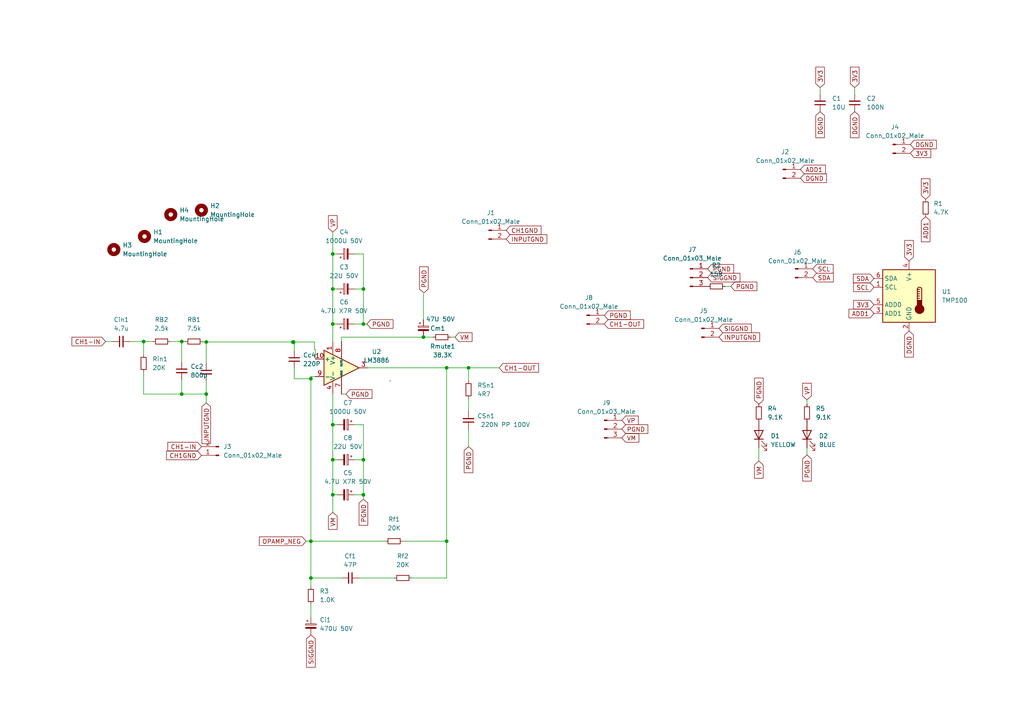
<source format=kicad_sch>
(kicad_sch (version 20230121) (generator eeschema)
  (paper "A4")
  (lib_symbols
    (symbol "Amplifier_Audio:LM3886" (pin_names (offset 0.127))
      (property "Reference" "U" (at 5.08 6.35 0))
      (property "Value" "LM3886" (at 5.08 3.81 0))
      (symbol "LM3886_0_1"
        (polyline (pts (xy -5.08 5.08) (xy 5.08 0) (xy -5.08 -5.08) (xy -5.08 5.08)) (stroke (width 0.254)) (fill (type background)))
      )
      (symbol "LM3886_1_1"
        (pin power_in line (at -2.54 7.62 270) (length 3.81) (name "V+") (number "1"))
        (pin input line (at -7.62 2.54 0) (length 2.54) (name "+") (number "10"))
        (pin no_connect line (at 2.54 2.54 270) (length 2.54) hide (name "NC") (number "11"))
        (pin no_connect line (at -2.54 2.54 270) (length 2.54) hide (name "NC") (number "2"))
        (pin output line (at 7.62 0 180) (length 2.54) (name "~") (number "3"))
        (pin power_in line (at -2.54 -7.62 90) (length 3.81) (name "V-") (number "4"))
        (pin passive line (at -2.54 7.62 270) (length 3.81) hide (name "V+") (number "5"))
        (pin no_connect line (at 0 2.54 270) (length 2.54) hide (name "NC") (number "6"))
        (pin power_in line (at 0 -7.62 90) (length 5.08) (name "GND") (number "7"))
        (pin input line (at 0 7.62 270) (length 5.08) (name "MUTE") (number "8"))
        (pin input line (at -7.62 -2.54 0) (length 2.54) (name "-") (number "9"))
      )
    )
    (symbol "Connector:Conn_01x02_Male" (pin_names (offset 1.016) hide)
      (property "Reference" "J" (at 0 2.54 0))
      (property "Value" "Conn_01x02_Male" (at 0 -5.08 0))
      (symbol "Conn_01x02_Male_1_1"
        (polyline (pts (xy 1.27 -2.54) (xy 0.8636 -2.54)) (stroke (width 0.1524)))
        (polyline (pts (xy 1.27 0) (xy 0.8636 0)) (stroke (width 0.1524)))
        (rectangle (start 0.8636 -2.413) (end 0 -2.667) (stroke (width 0.1524)) (fill (type outline)))
        (rectangle (start 0.8636 0.127) (end 0 -0.127) (stroke (width 0.1524)) (fill (type outline)))
        (pin passive line (at 5.08 0 180) (length 3.81) (name "Pin_1") (number "1"))
        (pin passive line (at 5.08 -2.54 180) (length 3.81) (name "Pin_2") (number "2"))
      )
    )
    (symbol "Connector:Conn_01x03_Male" (pin_names (offset 1.016) hide)
      (property "Reference" "J" (at 0 5.08 0))
      (property "Value" "Conn_01x03_Male" (at 0 -5.08 0))
      (symbol "Conn_01x03_Male_1_1"
        (polyline (pts (xy 1.27 -2.54) (xy 0.8636 -2.54)) (stroke (width 0.1524)))
        (polyline (pts (xy 1.27 0) (xy 0.8636 0)) (stroke (width 0.1524)))
        (polyline (pts (xy 1.27 2.54) (xy 0.8636 2.54)) (stroke (width 0.1524)))
        (rectangle (start 0.8636 -2.413) (end 0 -2.667) (stroke (width 0.1524)) (fill (type outline)))
        (rectangle (start 0.8636 0.127) (end 0 -0.127) (stroke (width 0.1524)) (fill (type outline)))
        (rectangle (start 0.8636 2.667) (end 0 2.413) (stroke (width 0.1524)) (fill (type outline)))
        (pin passive line (at 5.08 2.54 180) (length 3.81) (name "Pin_1") (number "1"))
        (pin passive line (at 5.08 0 180) (length 3.81) (name "Pin_2") (number "2"))
        (pin passive line (at 5.08 -2.54 180) (length 3.81) (name "Pin_3") (number "3"))
      )
    )
    (symbol "Device:C_Polarized_Small" (pin_numbers hide) (pin_names (offset 0.254) hide)
      (property "Reference" "C" (at 0.254 1.778 0))
      (property "Value" "C_Polarized_Small" (at 0.254 -2.032 0))
      (symbol "C_Polarized_Small_0_1"
        (rectangle (start -1.524 -0.3048) (end 1.524 -0.6858) (fill (type outline)))
        (rectangle (start -1.524 0.6858) (end 1.524 0.3048))
        (polyline (pts (xy -1.27 1.524) (xy -0.762 1.524)))
        (polyline (pts (xy -1.016 1.27) (xy -1.016 1.778)))
      )
      (symbol "C_Polarized_Small_1_1"
        (pin passive line (at 0 2.54 270) (length 1.8542) (name "~") (number "1"))
        (pin passive line (at 0 -2.54 90) (length 1.8542) (name "~") (number "2"))
      )
    )
    (symbol "Device:C_Small" (pin_numbers hide) (pin_names (offset 0.254) hide)
      (property "Reference" "C" (at 0.254 1.778 0))
      (property "Value" "C_Small" (at 0.254 -2.032 0))
      (symbol "C_Small_0_1"
        (polyline (pts (xy -1.524 -0.508) (xy 1.524 -0.508)) (stroke (width 0.3302)))
        (polyline (pts (xy -1.524 0.508) (xy 1.524 0.508)) (stroke (width 0.3048)))
      )
      (symbol "C_Small_1_1"
        (pin passive line (at 0 2.54 270) (length 2.032) (name "~") (number "1"))
        (pin passive line (at 0 -2.54 90) (length 2.032) (name "~") (number "2"))
      )
    )
    (symbol "Device:LED" (pin_numbers hide) (pin_names (offset 1.016) hide)
      (property "Reference" "D" (at 0 2.54 0))
      (property "Value" "LED" (at 0 -2.54 0))
      (symbol "LED_0_1"
        (polyline (pts (xy -1.27 -1.27) (xy -1.27 1.27)) (stroke (width 0.254)))
        (polyline (pts (xy -1.27 0) (xy 1.27 0)))
        (polyline (pts (xy 1.27 -1.27) (xy 1.27 1.27) (xy -1.27 0) (xy 1.27 -1.27)) (stroke (width 0.254)))
        (polyline (pts (xy -3.048 -0.762) (xy -4.572 -2.286) (xy -3.81 -2.286) (xy -4.572 -2.286) (xy -4.572 -1.524)))
        (polyline (pts (xy -1.778 -0.762) (xy -3.302 -2.286) (xy -2.54 -2.286) (xy -3.302 -2.286) (xy -3.302 -1.524)))
      )
      (symbol "LED_1_1"
        (pin passive line (at -3.81 0 0) (length 2.54) (name "K") (number "1"))
        (pin passive line (at 3.81 0 180) (length 2.54) (name "A") (number "2"))
      )
    )
    (symbol "Device:R_Small" (pin_numbers hide) (pin_names (offset 0.254) hide)
      (property "Reference" "R" (at 0.762 0.508 0))
      (property "Value" "R_Small" (at 0.762 -1.016 0))
      (symbol "R_Small_0_1"
        (rectangle (start -0.762 1.778) (end 0.762 -1.778) (stroke (width 0.2032)))
      )
      (symbol "R_Small_1_1"
        (pin passive line (at 0 2.54 270) (length 0.762) (name "~") (number "1"))
        (pin passive line (at 0 -2.54 90) (length 0.762) (name "~") (number "2"))
      )
    )
    (symbol "Mechanical:MountingHole" (pin_names (offset 1.016))
      (property "Reference" "H" (at 0 5.08 0))
      (property "Value" "MountingHole" (at 0 3.175 0))
      (symbol "MountingHole_0_1"
        (circle (center 0 0) (radius 1.27) (stroke (width 1.27)))
      )
    )
    (symbol "Sensor_Temperature:TMP100"
      (property "Reference" "U" (at 10.16 6.35 0))
      (property "Value" "TMP100" (at 12.7 3.81 0))
      (symbol "TMP100_0_1"
        (rectangle (start -7.62 7.62) (end 7.62 -7.62) (stroke (width 0.254)) (fill (type background)))
      )
      (symbol "TMP100_1_1"
        (polyline (pts (xy 2.413 -0.635) (xy 3.048 -0.635)) (stroke (width 0.254)))
        (polyline (pts (xy 2.413 0) (xy 3.048 0)) (stroke (width 0.254)))
        (polyline (pts (xy 2.413 0.635) (xy 3.048 0.635)) (stroke (width 0.254)))
        (polyline (pts (xy 2.413 1.27) (xy 3.048 1.27)) (stroke (width 0.254)))
        (polyline (pts (xy 2.413 1.905) (xy 2.413 -1.27)) (stroke (width 0.254)))
        (polyline (pts (xy 2.413 1.905) (xy 3.048 1.905)) (stroke (width 0.254)))
        (polyline (pts (xy 3.683 1.905) (xy 3.683 -1.27)) (stroke (width 0.254)))
        (circle (center 3.048 -3.81) (radius 1.27) (stroke (width 0.254)) (fill (type outline)))
        (rectangle (start 3.683 -3.175) (end 2.413 -1.27) (stroke (width 0.254)) (fill (type outline)))
        (arc (start 3.683 1.905) (mid 3.048 2.5373) (end 2.413 1.905) (stroke (width 0.254)))
        (pin input line (at -10.16 2.54 0) (length 2.54) (name "SCL") (number "1"))
        (pin power_in line (at 0 -10.16 90) (length 2.54) (name "GND") (number "2"))
        (pin input line (at -10.16 -5.08 0) (length 2.54) (name "ADD1") (number "3"))
        (pin power_in line (at 0 10.16 270) (length 2.54) (name "V+") (number "4"))
        (pin input line (at -10.16 -2.54 0) (length 2.54) (name "ADD0") (number "5"))
        (pin bidirectional line (at -10.16 5.08 0) (length 2.54) (name "SDA") (number "6"))
      )
    )
  )
  (junction (at 96.52 83.82))
  (junction (at 129.54 106.68))
  (junction (at 96.52 123.19))
  (junction (at 85.09 99.187))
  (junction (at 135.89 106.68))
  (junction (at 52.705 114.3))
  (junction (at 129.54 156.972))
  (junction (at 59.817 114.3))
  (junction (at 90.17 156.972))
  (junction (at 105.41 83.82))
  (junction (at 90.17 167.64))
  (junction (at 122.809 97.79))
  (junction (at 105.41 93.98))
  (junction (at 96.52 73.66))
  (junction (at 41.656 99.06))
  (junction (at 84.963 99.187))
  (junction (at 105.41 133.35))
  (junction (at 90.17 109.855))
  (junction (at 52.705 99.06))
  (junction (at 85.09 99.314))
  (junction (at 96.52 143.51))
  (junction (at 96.52 93.98))
  (junction (at 96.52 133.35))
  (junction (at 59.817 99.187))
  (junction (at 105.41 143.51))
  (wire (pts (xy 90.17 156.972) (xy 90.17 167.64)))
  (wire (pts (xy 116.84 156.972) (xy 129.54 156.972)))
  (wire (pts (xy 102.87 133.35) (xy 105.41 133.35)))
  (wire (pts (xy 122.809 97.79) (xy 125.603 97.79)))
  (wire (pts (xy 105.41 83.82) (xy 105.41 93.98)))
  (wire (pts (xy 52.705 99.06) (xy 53.721 99.06)))
  (wire (pts (xy 135.89 115.57) (xy 135.89 119.38)))
  (wire (pts (xy 90.17 156.972) (xy 111.76 156.972)))
  (wire (pts (xy 130.683 97.79) (xy 131.953 97.79)))
  (wire (pts (xy 85.09 99.187) (xy 85.09 99.314)))
  (wire (pts (xy 41.656 114.3) (xy 52.705 114.3)))
  (wire (pts (xy 135.89 106.68) (xy 135.89 110.49)))
  (wire (pts (xy 88.773 156.972) (xy 90.17 156.972)))
  (wire (pts (xy 91.186 99.187) (xy 91.186 101.346)))
  (wire (pts (xy 96.52 133.35) (xy 96.52 143.51)))
  (wire (pts (xy 91.44 101.346) (xy 91.44 104.14)))
  (wire (pts (xy 96.52 123.19) (xy 96.52 133.35)))
  (wire (pts (xy 91.186 101.346) (xy 91.44 101.346)))
  (wire (pts (xy 122.809 85.217) (xy 122.809 92.71)))
  (wire (pts (xy 113.157 110.363) (xy 113.284 110.363)))
  (wire (pts (xy 105.41 143.51) (xy 105.41 144.78)))
  (wire (pts (xy 129.54 106.68) (xy 129.54 156.972)))
  (wire (pts (xy 96.52 133.35) (xy 97.79 133.35)))
  (wire (pts (xy 129.54 156.972) (xy 129.54 167.64)))
  (wire (pts (xy 237.871 27.305) (xy 237.871 25.4)))
  (wire (pts (xy 105.41 73.66) (xy 105.41 83.82)))
  (wire (pts (xy 90.17 109.22) (xy 90.17 109.855)))
  (wire (pts (xy 119.38 167.64) (xy 129.54 167.64)))
  (wire (pts (xy 59.817 99.187) (xy 59.817 105.41)))
  (wire (pts (xy 58.801 99.187) (xy 58.801 99.06)))
  (wire (pts (xy 105.41 93.98) (xy 106.426 93.98)))
  (wire (pts (xy 113.157 110.617) (xy 113.157 110.363)))
  (wire (pts (xy 96.52 143.51) (xy 97.79 143.51)))
  (wire (pts (xy 99.06 114.3) (xy 100.33 114.3)))
  (wire (pts (xy 85.344 106.807) (xy 85.344 109.855)))
  (wire (pts (xy 102.87 73.66) (xy 105.41 73.66)))
  (wire (pts (xy 247.904 27.305) (xy 247.904 25.4)))
  (wire (pts (xy 85.09 99.187) (xy 91.186 99.187)))
  (wire (pts (xy 30.607 99.06) (xy 32.639 99.06)))
  (wire (pts (xy 99.06 97.79) (xy 122.809 97.79)))
  (wire (pts (xy 49.403 99.06) (xy 52.705 99.06)))
  (wire (pts (xy 41.656 99.06) (xy 41.656 102.87)))
  (wire (pts (xy 129.54 106.68) (xy 135.89 106.68)))
  (wire (pts (xy 96.52 83.82) (xy 97.79 83.82)))
  (wire (pts (xy 99.06 167.64) (xy 90.17 167.64)))
  (wire (pts (xy 58.801 99.187) (xy 59.817 99.187)))
  (wire (pts (xy 102.87 143.51) (xy 105.41 143.51)))
  (wire (pts (xy 52.705 110.109) (xy 52.705 114.3)))
  (wire (pts (xy 105.41 133.35) (xy 105.41 143.51)))
  (wire (pts (xy 96.52 73.66) (xy 96.52 83.82)))
  (wire (pts (xy 96.52 73.66) (xy 97.79 73.66)))
  (wire (pts (xy 85.09 99.314) (xy 84.963 99.314)))
  (wire (pts (xy 105.41 123.19) (xy 105.41 133.35)))
  (wire (pts (xy 135.89 106.68) (xy 144.78 106.68)))
  (wire (pts (xy 220.091 133.731) (xy 220.091 129.921)))
  (wire (pts (xy 85.344 99.314) (xy 85.09 99.314)))
  (wire (pts (xy 234.061 131.953) (xy 234.061 129.921)))
  (wire (pts (xy 41.656 107.95) (xy 41.656 114.3)))
  (wire (pts (xy 37.719 99.06) (xy 41.656 99.06)))
  (wire (pts (xy 91.44 109.22) (xy 90.17 109.22)))
  (wire (pts (xy 96.52 83.82) (xy 96.52 93.98)))
  (wire (pts (xy 135.89 124.46) (xy 135.89 129.54)))
  (wire (pts (xy 96.52 123.19) (xy 97.79 123.19)))
  (wire (pts (xy 59.817 114.3) (xy 59.817 110.49)))
  (wire (pts (xy 99.06 97.79) (xy 99.06 99.06)))
  (wire (pts (xy 102.87 83.82) (xy 105.41 83.82)))
  (wire (pts (xy 85.344 109.855) (xy 90.17 109.855)))
  (wire (pts (xy 210.312 83.058) (xy 211.963 83.058)))
  (wire (pts (xy 90.17 175.26) (xy 90.17 179.07)))
  (wire (pts (xy 90.17 167.64) (xy 90.17 170.18)))
  (wire (pts (xy 102.87 93.98) (xy 105.41 93.98)))
  (wire (pts (xy 90.17 109.855) (xy 90.17 156.972)))
  (wire (pts (xy 84.963 99.187) (xy 85.09 99.187)))
  (wire (pts (xy 96.52 114.3) (xy 96.52 123.19)))
  (wire (pts (xy 106.68 106.68) (xy 129.54 106.68)))
  (wire (pts (xy 96.52 93.98) (xy 97.79 93.98)))
  (wire (pts (xy 96.52 143.51) (xy 96.52 148.59)))
  (wire (pts (xy 52.705 99.06) (xy 52.705 105.029)))
  (wire (pts (xy 85.344 101.727) (xy 85.344 99.314)))
  (wire (pts (xy 59.817 114.3) (xy 59.817 116.84)))
  (wire (pts (xy 104.14 167.64) (xy 114.3 167.64)))
  (wire (pts (xy 102.87 123.19) (xy 105.41 123.19)))
  (wire (pts (xy 59.817 99.187) (xy 84.963 99.187)))
  (wire (pts (xy 234.061 115.951) (xy 234.061 117.221)))
  (wire (pts (xy 41.656 99.06) (xy 44.323 99.06)))
  (wire (pts (xy 96.52 93.98) (xy 96.52 99.06)))
  (wire (pts (xy 96.52 67.31) (xy 96.52 73.66)))
  (wire (pts (xy 52.705 114.3) (xy 59.817 114.3)))
  (wire (pts (xy 84.963 99.314) (xy 84.963 99.187)))
  (global_label "3V3" (shape input) (at 264.033 44.45 0) (property "Intersheetrefs" "${INTERSHEET_REFS}" (effects hide)))
  (global_label "ADD1" (shape input) (at 232.156 49.149 0) (property "Intersheetrefs" "${INTERSHEET_REFS}" (effects hide)))
  (global_label "CH1-OUT" (shape input) (at 144.78 106.68 0) (property "Intersheetrefs" "${INTERSHEET_REFS}" (effects hide)))
  (global_label "VP" (shape input) (at 234.061 115.951 90) (property "Intersheetrefs" "${INTERSHEET_REFS}" (effects hide)))
  (global_label "PGND" (shape input) (at 234.061 131.953 270) (property "Intersheetrefs" "${INTERSHEET_REFS}" (effects hide)))
  (global_label "DGND" (shape input) (at 237.871 32.385 270) (property "Intersheetrefs" "${INTERSHEET_REFS}" (effects hide)))
  (global_label "DGND" (shape input) (at 247.904 32.385 270) (property "Intersheetrefs" "${INTERSHEET_REFS}" (effects hide)))
  (global_label "PGND" (shape input) (at 105.41 144.78 270) (property "Intersheetrefs" "${INTERSHEET_REFS}" (effects hide)))
  (global_label "CH1-IN" (shape input) (at 58.42 129.54 180) (property "Intersheetrefs" "${INTERSHEET_REFS}" (effects hide)))
  (global_label "PGND" (shape input) (at 180.34 124.46 0) (property "Intersheetrefs" "${INTERSHEET_REFS}" (effects hide)))
  (global_label "CH1-IN" (shape input) (at 30.607 99.06 180) (property "Intersheetrefs" "${INTERSHEET_REFS}" (effects hide)))
  (global_label "PGND" (shape input) (at 211.963 83.058 0) (property "Intersheetrefs" "${INTERSHEET_REFS}" (effects hide)))
  (global_label "VP" (shape input) (at 180.34 121.92 0) (property "Intersheetrefs" "${INTERSHEET_REFS}" (effects hide)))
  (global_label "3V3" (shape input) (at 247.904 25.4 90) (property "Intersheetrefs" "${INTERSHEET_REFS}" (effects hide)))
  (global_label "SIGGND" (shape input) (at 90.17 184.15 270) (property "Intersheetrefs" "${INTERSHEET_REFS}" (effects hide)))
  (global_label "SIGGND" (shape input) (at 205.232 80.518 0) (property "Intersheetrefs" "${INTERSHEET_REFS}" (effects hide)))
  (global_label "OPAMP_NEG" (shape input) (at 88.773 156.972 180) (property "Intersheetrefs" "${INTERSHEET_REFS}" (effects hide)))
  (global_label "PGND" (shape input) (at 122.936 84.963 90) (property "Intersheetrefs" "${INTERSHEET_REFS}" (effects hide)))
  (global_label "PGND" (shape input) (at 205.232 77.978 0) (property "Intersheetrefs" "${INTERSHEET_REFS}" (effects hide)))
  (global_label "3V3" (shape input) (at 237.871 25.4 90) (property "Intersheetrefs" "${INTERSHEET_REFS}" (effects hide)))
  (global_label "DGND" (shape input) (at 264.033 41.91 0) (property "Intersheetrefs" "${INTERSHEET_REFS}" (effects hide)))
  (global_label "VM" (shape input) (at 180.34 127 0) (property "Intersheetrefs" "${INTERSHEET_REFS}" (effects hide)))
  (global_label "INPUTGND" (shape input) (at 146.812 69.342 0) (property "Intersheetrefs" "${INTERSHEET_REFS}" (effects hide)))
  (global_label "PGND" (shape input) (at 100.33 114.3 0) (property "Intersheetrefs" "${INTERSHEET_REFS}" (effects hide)))
  (global_label "SDA" (shape input) (at 235.712 80.518 0) (property "Intersheetrefs" "${INTERSHEET_REFS}" (effects hide)))
  (global_label "VM" (shape input) (at 220.091 133.731 270) (property "Intersheetrefs" "${INTERSHEET_REFS}" (effects hide)))
  (global_label "VP" (shape input) (at 96.52 67.31 90) (property "Intersheetrefs" "${INTERSHEET_REFS}" (effects hide)))
  (global_label "SIGGND" (shape input) (at 208.534 95.25 0) (property "Intersheetrefs" "${INTERSHEET_REFS}" (effects hide)))
  (global_label "3V3" (shape input) (at 268.478 57.785 90) (property "Intersheetrefs" "${INTERSHEET_REFS}" (effects hide)))
  (global_label "ADD1" (shape input) (at 268.478 62.865 270) (property "Intersheetrefs" "${INTERSHEET_REFS}" (effects hide)))
  (global_label "3V3" (shape input) (at 253.492 88.392 180) (property "Intersheetrefs" "${INTERSHEET_REFS}" (effects hide)))
  (global_label "PGND" (shape input) (at 220.091 117.221 90) (property "Intersheetrefs" "${INTERSHEET_REFS}" (effects hide)))
  (global_label "CH1GND" (shape input) (at 58.42 132.08 180) (property "Intersheetrefs" "${INTERSHEET_REFS}" (effects hide)))
  (global_label "CH1GND" (shape input) (at 146.812 66.802 0) (property "Intersheetrefs" "${INTERSHEET_REFS}" (effects hide)))
  (global_label "DGND" (shape input) (at 263.652 96.012 270) (property "Intersheetrefs" "${INTERSHEET_REFS}" (effects hide)))
  (global_label "PGND" (shape input) (at 106.426 93.98 0) (property "Intersheetrefs" "${INTERSHEET_REFS}" (effects hide)))
  (global_label "INPUTGND" (shape input) (at 59.817 116.84 270) (property "Intersheetrefs" "${INTERSHEET_REFS}" (effects hide)))
  (global_label "VM" (shape input) (at 131.953 97.79 0) (property "Intersheetrefs" "${INTERSHEET_REFS}" (effects hide)))
  (global_label "VM" (shape input) (at 96.52 148.59 270) (property "Intersheetrefs" "${INTERSHEET_REFS}" (effects hide)))
  (global_label "CH1-OUT" (shape input) (at 175.26 93.98 0) (property "Intersheetrefs" "${INTERSHEET_REFS}" (effects hide)))
  (global_label "3V3" (shape input) (at 263.652 75.692 90) (property "Intersheetrefs" "${INTERSHEET_REFS}" (effects hide)))
  (global_label "SDA" (shape input) (at 253.492 80.772 180) (property "Intersheetrefs" "${INTERSHEET_REFS}" (effects hide)))
  (global_label "SCL" (shape input) (at 235.712 77.978 0) (property "Intersheetrefs" "${INTERSHEET_REFS}" (effects hide)))
  (global_label "ADD1" (shape input) (at 253.492 90.932 180) (property "Intersheetrefs" "${INTERSHEET_REFS}" (effects hide)))
  (global_label "INPUTGND" (shape input) (at 208.534 97.79 0) (property "Intersheetrefs" "${INTERSHEET_REFS}" (effects hide)))
  (global_label "SCL" (shape input) (at 253.492 83.312 180) (property "Intersheetrefs" "${INTERSHEET_REFS}" (effects hide)))
  (global_label "DGND" (shape input) (at 232.156 51.689 0) (property "Intersheetrefs" "${INTERSHEET_REFS}" (effects hide)))
  (global_label "PGND" (shape input) (at 175.26 91.44 0) (property "Intersheetrefs" "${INTERSHEET_REFS}" (effects hide)))
  (global_label "PGND" (shape input) (at 135.89 129.54 270) (property "Intersheetrefs" "${INTERSHEET_REFS}" (effects hide)))
  (symbol (lib_id "Connector:Conn_01x03_Male") (at 175.26 124.46 0) (unit 1)
    (property "Reference" "J9" (at 175.895 116.84 0))
    (property "Value" "Conn_01x03_Male" (at 175.895 119.38 0))
    (property "Footprint" "Connector_JST:JST_VH_B3P-VH-B_1x03_P3.96mm_Vertical" (effects hide))
  )
  (symbol (lib_id "Device:R_Small") (at 234.061 119.761 180) (unit 1)
    (property "Reference" "R5" (at 236.601 118.4909 0) (effects (justify right)))
    (property "Value" "9.1K" (at 236.601 121.0309 0) (effects (justify right)))
    (property "Footprint" "Resistor_SMD:R_0805_2012Metric_Pad1.20x1.40mm_HandSolder" (effects hide))
  )
  (symbol (lib_id "Device:C_Polarized_Small") (at 100.33 143.51 270) (unit 1)
    (property "Reference" "C5" (at 100.8761 137.16 90))
    (property "Value" "4.7U X7R 50V" (at 100.8761 139.7 90))
    (property "Footprint" "Capacitor_SMD:C_1206_3216Metric_Pad1.33x1.80mm_HandSolder" (effects hide))
  )
  (symbol (lib_id "Mechanical:MountingHole") (at 49.53 62.23 0) (unit 1)
    (property "Reference" "H4" (at 52.07 60.9599 0) (effects (justify left)))
    (property "Value" "MountingHole" (at 52.07 63.4999 0) (effects (justify left)))
    (property "Footprint" "MountingHole:MountingHole_3mm" (effects hide))
  )
  (symbol (lib_id "Device:R_Small") (at 207.772 83.058 90) (unit 1)
    (property "Reference" "R2" (at 207.772 76.962 90))
    (property "Value" "15R" (at 207.772 79.502 90))
    (property "Footprint" "Resistor_SMD:R_0805_2012Metric_Pad1.20x1.40mm_HandSolder" (effects hide))
  )
  (symbol (lib_id "Device:C_Polarized_Small") (at 90.17 181.61 0) (unit 1)
    (property "Reference" "Ci1" (at 92.71 179.7938 0) (effects (justify left)))
    (property "Value" "470U 50V" (at 92.71 182.3338 0) (effects (justify left)))
    (property "Footprint" "Capacitor_THT:CP_Radial_D12.5mm_P5.00mm" (effects hide))
  )
  (symbol (lib_id "Device:R_Small") (at 135.89 113.03 180) (unit 1)
    (property "Reference" "RSn1" (at 138.43 111.7599 0) (effects (justify right)))
    (property "Value" "4R7" (at 138.43 114.2999 0) (effects (justify right)))
    (property "Footprint" "Resistor_THT:R_Axial_DIN0411_L9.9mm_D3.6mm_P12.70mm_Horizontal" (effects hide))
  )
  (symbol (lib_id "Device:R_Small") (at 114.3 156.972 270) (unit 1)
    (property "Reference" "Rf1" (at 114.3 150.622 90))
    (property "Value" "20K" (at 114.3 153.162 90))
    (property "Footprint" "Resistor_SMD:R_1206_3216Metric_Pad1.30x1.75mm_HandSolder" (effects hide))
  )
  (symbol (lib_id "Device:R_Small") (at 268.478 60.325 0) (unit 1)
    (property "Reference" "R1" (at 270.764 59.0549 0) (effects (justify left)))
    (property "Value" "4.7K" (at 270.764 61.5949 0) (effects (justify left)))
    (property "Footprint" "Resistor_SMD:R_0603_1608Metric_Pad0.98x0.95mm_HandSolder" (effects hide))
  )
  (symbol (lib_id "Connector:Conn_01x02_Male") (at 63.5 132.08 180) (unit 1)
    (property "Reference" "J3" (at 64.77 129.5399 0) (effects (justify right)))
    (property "Value" "Conn_01x02_Male" (at 64.77 132.0799 0) (effects (justify right)))
    (property "Footprint" "Connector_JST:JST_PH_B2B-PH-K_1x02_P2.00mm_Vertical" (effects hide))
  )
  (symbol (lib_id "Device:R_Small") (at 90.17 172.72 0) (unit 1)
    (property "Reference" "R3" (at 92.71 171.4499 0) (effects (justify left)))
    (property "Value" "1.0K" (at 92.71 173.9899 0) (effects (justify left)))
    (property "Footprint" "Resistor_SMD:R_1206_3216Metric_Pad1.30x1.75mm_HandSolder" (effects hide))
  )
  (symbol (lib_id "Device:C_Small") (at 85.344 104.267 0) (unit 1)
    (property "Reference" "Cc4" (at 87.884 103.0032 0) (effects (justify left)))
    (property "Value" "220P" (at 87.884 105.5432 0) (effects (justify left)))
    (property "Footprint" "Capacitor_SMD:C_1206_3216Metric_Pad1.33x1.80mm_HandSolder" (effects hide))
  )
  (symbol (lib_id "Device:C_Small") (at 35.179 99.06 90) (unit 1)
    (property "Reference" "Cin1" (at 35.1853 92.71 90))
    (property "Value" "4.7u" (at 35.1853 95.25 90))
    (property "Footprint" "Capacitor_THT:CP_Radial_D5.0mm_P2.00mm" (effects hide))
  )
  (symbol (lib_id "Mechanical:MountingHole") (at 33.02 72.39 0) (unit 1)
    (property "Reference" "H3" (at 35.56 71.1199 0) (effects (justify left)))
    (property "Value" "MountingHole" (at 35.56 73.6599 0) (effects (justify left)))
    (property "Footprint" "MountingHole:MountingHole_3mm" (effects hide))
  )
  (symbol (lib_id "Device:R_Small") (at 116.84 167.64 270) (unit 1)
    (property "Reference" "Rf2" (at 116.84 161.29 90))
    (property "Value" "20K" (at 116.84 163.83 90))
    (property "Footprint" "Resistor_SMD:R_1206_3216Metric_Pad1.30x1.75mm_HandSolder" (effects hide))
  )
  (symbol (lib_id "Device:R_Small") (at 220.091 119.761 180) (unit 1)
    (property "Reference" "R4" (at 222.631 118.4909 0) (effects (justify right)))
    (property "Value" "9.1K" (at 222.631 121.0309 0) (effects (justify right)))
    (property "Footprint" "Resistor_SMD:R_0805_2012Metric_Pad1.20x1.40mm_HandSolder" (effects hide))
  )
  (symbol (lib_id "Device:C_Small") (at 52.705 107.569 0) (unit 1)
    (property "Reference" "Cc2" (at 55.245 106.3052 0) (effects (justify left)))
    (property "Value" "800p" (at 55.245 108.8452 0) (effects (justify left)))
    (property "Footprint" "Capacitor_SMD:C_1206_3216Metric_Pad1.33x1.80mm_HandSolder" (effects hide))
  )
  (symbol (lib_id "Device:C_Small") (at 237.871 29.845 180) (unit 1)
    (property "Reference" "C1" (at 241.3 28.5685 0) (effects (justify right)))
    (property "Value" "10U" (at 241.3 31.1085 0) (effects (justify right)))
    (property "Footprint" "Resistor_SMD:R_1206_3216Metric_Pad1.30x1.75mm_HandSolder" (effects hide))
  )
  (symbol (lib_id "Mechanical:MountingHole") (at 41.91 68.58 0) (unit 1)
    (property "Reference" "H1" (at 44.45 67.3099 0) (effects (justify left)))
    (property "Value" "MountingHole" (at 44.45 69.8499 0) (effects (justify left)))
    (property "Footprint" "MountingHole:MountingHole_3mm" (effects hide))
  )
  (symbol (lib_id "Connector:Conn_01x02_Male") (at 230.632 77.978 0) (unit 1)
    (property "Reference" "J6" (at 231.267 73.152 0))
    (property "Value" "Conn_01x02_Male" (at 231.267 75.692 0))
    (property "Footprint" "Connector_JST:JST_PH_B2B-PH-K_1x02_P2.00mm_Vertical" (effects hide))
  )
  (symbol (lib_id "Device:LED") (at 220.091 126.111 90) (unit 1)
    (property "Reference" "D1" (at 223.52 126.4284 90) (effects (justify right)))
    (property "Value" "YELLOW" (at 223.52 128.9684 90) (effects (justify right)))
    (property "Footprint" "LED_SMD:LED_0805_2012Metric_Pad1.15x1.40mm_HandSolder" (effects hide))
  )
  (symbol (lib_id "Device:R_Small") (at 41.656 105.41 180) (unit 1)
    (property "Reference" "Rin1" (at 44.196 104.1399 0) (effects (justify right)))
    (property "Value" "20K" (at 44.196 106.6799 0) (effects (justify right)))
    (property "Footprint" "Resistor_SMD:R_1206_3216Metric_Pad1.30x1.75mm_HandSolder" (effects hide))
  )
  (symbol (lib_id "Device:C_Small") (at 101.6 167.64 270) (unit 1)
    (property "Reference" "Cf1" (at 101.5936 161.29 90))
    (property "Value" "47P" (at 101.5936 163.83 90))
    (property "Footprint" "Capacitor_SMD:C_1206_3216Metric_Pad1.33x1.80mm_HandSolder" (effects hide))
  )
  (symbol (lib_id "Connector:Conn_01x02_Male") (at 141.732 66.802 0) (unit 1)
    (property "Reference" "J1" (at 142.367 61.722 0))
    (property "Value" "Conn_01x02_Male" (at 142.367 64.262 0))
    (property "Footprint" "Connector_PinHeader_2.54mm:PinHeader_1x02_P2.54mm_Vertical" (effects hide))
  )
  (symbol (lib_id "Mechanical:MountingHole") (at 58.42 60.96 0) (unit 1)
    (property "Reference" "H2" (at 60.96 59.6899 0) (effects (justify left)))
    (property "Value" "MountingHole" (at 60.96 62.2299 0) (effects (justify left)))
    (property "Footprint" "MountingHole:MountingHole_3mm" (effects hide))
  )
  (symbol (lib_id "Connector:Conn_01x02_Male") (at 170.18 91.44 0) (unit 1)
    (property "Reference" "J8" (at 170.815 86.36 0))
    (property "Value" "Conn_01x02_Male" (at 170.815 88.9 0))
    (property "Footprint" "Connector_JST:JST_VH_B2P-VH_1x02_P3.96mm_Vertical" (effects hide))
  )
  (symbol (lib_id "Connector:Conn_01x02_Male") (at 203.454 95.25 0) (unit 1)
    (property "Reference" "J5" (at 204.089 90.17 0))
    (property "Value" "Conn_01x02_Male" (at 204.089 92.71 0))
    (property "Footprint" "Connector_PinHeader_2.54mm:PinHeader_1x02_P2.54mm_Vertical" (effects hide))
  )
  (symbol (lib_id "Device:C_Polarized_Small") (at 100.33 83.82 90) (unit 1)
    (property "Reference" "C3" (at 99.7839 77.47 90))
    (property "Value" "22U 50V" (at 99.7839 80.01 90))
    (property "Footprint" "Capacitor_THT:CP_Radial_D6.3mm_P2.50mm" (effects hide))
  )
  (symbol (lib_id "Connector:Conn_01x02_Male") (at 258.953 41.91 0) (unit 1)
    (property "Reference" "J4" (at 259.588 36.83 0))
    (property "Value" "Conn_01x02_Male" (at 259.588 39.37 0))
    (property "Footprint" "Connector_JST:JST_PH_B2B-PH-K_1x02_P2.00mm_Vertical" (effects hide))
  )
  (symbol (lib_id "Device:C_Small") (at 247.904 29.845 180) (unit 1)
    (property "Reference" "C2" (at 251.333 28.5685 0) (effects (justify right)))
    (property "Value" "100N" (at 251.333 31.1085 0) (effects (justify right)))
    (property "Footprint" "Resistor_SMD:R_0805_2012Metric_Pad1.20x1.40mm_HandSolder" (effects hide))
  )
  (symbol (lib_id "Device:C_Small") (at 135.89 121.92 180) (unit 1)
    (property "Reference" "CSn1" (at 138.43 120.6435 0) (effects (justify right)))
    (property "Value" " 220N PP 100V" (at 138.43 123.1835 0) (effects (justify right)))
    (property "Footprint" "Capacitor_THT:C_Rect_L18.0mm_W7.0mm_P15.00mm_FKS3_FKP3" (effects hide))
  )
  (symbol (lib_id "Device:R_Small") (at 46.863 99.06 90) (unit 1)
    (property "Reference" "RB2" (at 46.863 92.71 90))
    (property "Value" "2.5k" (at 46.863 95.25 90))
    (property "Footprint" "Resistor_SMD:R_1206_3216Metric_Pad1.30x1.75mm_HandSolder" (effects hide))
  )
  (symbol (lib_id "Amplifier_Audio:LM3886") (at 99.06 106.68 0) (unit 1)
    (property "Reference" "U2" (at 109.22 101.981 0))
    (property "Value" "LM3886" (at 109.22 104.521 0))
    (property "Footprint" "Package_TO_SOT_THT:TO-220-11_P3.4x5.08mm_StaggerOdd_Lead4.85mm_Vertical" (effects hide))
    (property "Datasheet" "http://www.ti.com/lit/ds/symlink/lm3886.pdf" (effects hide))
  )
  (symbol (lib_id "Device:C_Polarized_Small") (at 122.809 95.25 0) (unit 1)
    (property "Reference" "Cm1" (at 129.159 95.25 0) (effects (justify right)))
    (property "Value" "47U 50V" (at 131.953 92.583 0) (effects (justify right)))
    (property "Footprint" "Capacitor_THT:CP_Radial_D6.3mm_P2.50mm" (effects hide))
  )
  (symbol (lib_id "Device:LED") (at 234.061 126.111 90) (unit 1)
    (property "Reference" "D2" (at 237.49 126.4284 90) (effects (justify right)))
    (property "Value" "BLUE" (at 237.49 128.9684 90) (effects (justify right)))
    (property "Footprint" "LED_SMD:LED_0805_2012Metric_Pad1.15x1.40mm_HandSolder" (effects hide))
  )
  (symbol (lib_id "Device:C_Polarized_Small") (at 100.33 93.98 90) (unit 1)
    (property "Reference" "C6" (at 99.7839 87.63 90))
    (property "Value" "4.7U X7R 50V" (at 99.7839 90.17 90))
    (property "Footprint" "Capacitor_SMD:C_1206_3216Metric_Pad1.33x1.80mm_HandSolder" (effects hide))
  )
  (symbol (lib_id "Device:R_Small") (at 128.143 97.79 90) (unit 1)
    (property "Reference" "Rmute1" (at 128.397 100.457 90))
    (property "Value" "38.3K" (at 128.397 102.997 90))
    (property "Footprint" "Resistor_SMD:R_1206_3216Metric_Pad1.30x1.75mm_HandSolder" (effects hide))
  )
  (symbol (lib_id "Connector:Conn_01x02_Male") (at 227.076 49.149 0) (unit 1)
    (property "Reference" "J2" (at 227.711 44.069 0))
    (property "Value" "Conn_01x02_Male" (at 227.711 46.609 0))
    (property "Footprint" "Connector_PinHeader_2.54mm:PinHeader_1x02_P2.54mm_Vertical" (effects hide))
  )
  (symbol (lib_id "Device:R_Small") (at 56.261 99.06 90) (unit 1)
    (property "Reference" "RB1" (at 56.261 92.71 90))
    (property "Value" "7.5k" (at 56.261 95.25 90))
    (property "Footprint" "Resistor_SMD:R_1206_3216Metric_Pad1.30x1.75mm_HandSolder" (effects hide))
  )
  (symbol (lib_id "Connector:Conn_01x03_Male") (at 200.152 80.518 0) (unit 1)
    (property "Reference" "J7" (at 200.787 72.39 0))
    (property "Value" "Conn_01x03_Male" (at 200.787 74.93 0))
    (property "Footprint" "Connector_PinHeader_2.54mm:PinHeader_1x03_P2.54mm_Vertical" (effects hide))
  )
  (symbol (lib_id "Device:C_Polarized_Small") (at 100.33 123.19 270) (unit 1)
    (property "Reference" "C7" (at 100.8761 116.84 90))
    (property "Value" "1000U 50V" (at 100.8761 119.38 90))
    (property "Footprint" "Capacitor_THT:CP_Radial_D12.5mm_P5.00mm" (effects hide))
  )
  (symbol (lib_id "Device:C_Polarized_Small") (at 100.33 133.35 270) (unit 1)
    (property "Reference" "C8" (at 100.8761 127 90))
    (property "Value" "22U 50V" (at 100.8761 129.54 90))
    (property "Footprint" "Capacitor_THT:CP_Radial_D6.3mm_P2.50mm" (effects hide))
  )
  (symbol (lib_id "Device:C_Small") (at 59.817 107.95 0) (unit 1)
    (property "Reference" "Cc1" (effects hide))
    (property "Value" "68p" (effects hide))
    (property "Footprint" "Capacitor_SMD:C_1206_3216Metric_Pad1.33x1.80mm_HandSolder" (effects hide))
  )
  (symbol (lib_id "Device:C_Polarized_Small") (at 100.33 73.66 90) (unit 1)
    (property "Reference" "C4" (at 99.7839 67.31 90))
    (property "Value" "1000U 50V" (at 99.7839 69.85 90))
    (property "Footprint" "Capacitor_THT:CP_Radial_D12.5mm_P5.00mm" (effects hide))
  )
  (symbol (lib_id "Sensor_Temperature:TMP100") (at 263.652 85.852 0) (unit 1)
    (property "Reference" "U1" (at 273.177 84.5819 0) (effects (justify left)))
    (property "Value" "TMP100" (at 273.177 87.1219 0) (effects (justify left)))
    (property "Footprint" "Package_TO_SOT_SMD:SOT-23-6" (effects hide))
    (property "Datasheet" "http://www.ti.com/lit/gpn/tmp100" (effects hide))
  )
)
</source>
